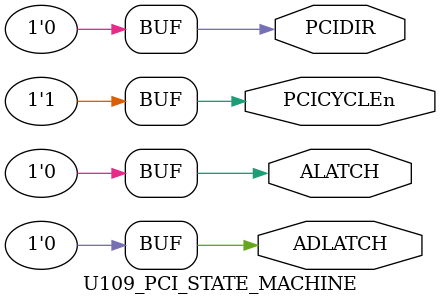
<source format=v>
module U109_PCI_STATE_MACHINE (

    output PCICYCLEn, ADLATCH, ALATCH, PCIDIR

);

//DISABLE THE ADDRESS BUFFERS FOR NOW.

//ADDRESS DATA IS PASSED THROUGH LIVE DURING THE ADDRESS PHASE OF CPU DRIVEN CYCLES.
//FOR PCI DRIVEN DMA CYCLES, THE ADDRESS IS LATCHED DURING THE ADDRESS PHASE AND
//DRIVEN ON THE ADDRESS BUS OF THE AMIGAPCI.

assign PCICYCLEn = 1;
assign ADLATCH = 0;
assign ALATCH = 0; //WE DON'T ACTUALLY NEED THIS, BUT ITS THERE.
assign PCIDIR = 0;


endmodule

</source>
